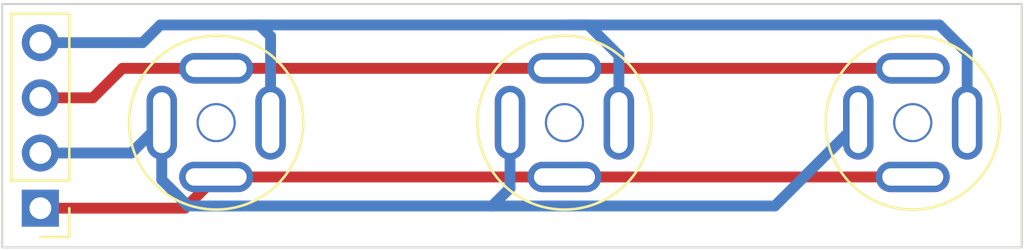
<source format=kicad_pcb>
(kicad_pcb (version 20211014) (generator pcbnew)
  (layers (0 "F.Cu" signal) (31 "B.Cu" signal) (34 "B.Paste" user) (35 "F.Paste" user) (36 "B.SilkS" user "B.Silkscreen") (37 "F.SilkS" user "F.Silkscreen") (38 "B.Mask" user) (39 "F.Mask" user) (44 "Edge.Cuts" user))
  (net 0 "")
  (net 1 "Net-(J2-PadT)")
  (net 2 "Net-(J2-PadS)")
  (net 3 "Net-(J2-PadR2)")
  (net 4 "Net-(J2-PadR1)")
  (footprint "Library:jack_4pins" (layer "F.Cu") (at 140 100)
    (fp_text reference "J3" hide)
    (fp_text value "AudioJack4" hide)
    (fp_circle (center 0 0) (end 4 0) (layer "F.SilkS") (width 0.12) (fill none))
    (pad "" thru_hole circle (at 0 0) (size 1.8 1.8) (drill 1.6) (layers *.Mask))
    (pad "1" thru_hole oval (at 0 2.5 180) (size 3.4 1.4) (drill oval 2.8 0.8) (layers *.Cu *.Mask) (net 2 "Net-(J2-PadS)"))
    (pad "2" thru_hole oval (at -2.5 0 90) (size 3.4 1.4) (drill oval 2.8 0.8) (layers *.Cu *.Mask) (net 1 "Net-(J2-PadT)"))
    (pad "3" thru_hole oval (at 0 -2.5 180) (size 3.4 1.4) (drill oval 2.8 0.8) (layers *.Cu *.Mask) (net 4 "Net-(J2-PadR1)"))
    (pad "4" thru_hole oval (at 2.5 0 90) (size 3.4 1.4) (drill oval 2.8 0.8) (layers *.Cu *.Mask) (net 3 "Net-(J2-PadR2)"))
  )
  (footprint "Connector_PinHeader_2.54mm:PinHeader_1x04_P2.54mm_Vertical" (layer "F.Cu") (at 99.9236 103.9368 180)
    (fp_text reference "J4" hide)
    (fp_text value "Conn_01x04" hide)
    (fp_line (start -1.33 8.95) (end 1.33 8.95) (layer "F.SilkS") (width 0.12))
    (fp_line (start -1.33 0) (end -1.33 -1.33) (layer "F.SilkS") (width 0.12))
    (fp_line (start -1.33 1.27) (end 1.33 1.27) (layer "F.SilkS") (width 0.12))
    (fp_line (start 1.33 1.27) (end 1.33 8.95) (layer "F.SilkS") (width 0.12))
    (fp_line (start -1.33 1.27) (end -1.33 8.95) (layer "F.SilkS") (width 0.12))
    (fp_line (start -1.33 -1.33) (end 0 -1.33) (layer "F.SilkS") (width 0.12))
    (pad "1" thru_hole rect (at 0 0 180) (size 1.7 1.7) (drill 1) (layers *.Cu *.Mask) (net 2 "Net-(J2-PadS)"))
    (pad "2" thru_hole oval (at 0 2.54 180) (size 1.7 1.7) (drill 1) (layers *.Cu *.Mask) (net 1 "Net-(J2-PadT)"))
    (pad "3" thru_hole oval (at 0 5.08 180) (size 1.7 1.7) (drill 1) (layers *.Cu *.Mask) (net 4 "Net-(J2-PadR1)"))
    (pad "4" thru_hole oval (at 0 7.62 180) (size 1.7 1.7) (drill 1) (layers *.Cu *.Mask) (net 3 "Net-(J2-PadR2)"))
  )
  (footprint "Library:jack_4pins" (layer "F.Cu") (at 124 100)
    (fp_text reference "J2" hide)
    (fp_text value "AudioJack4" hide)
    (fp_circle (center 0 0) (end 4 0) (layer "F.SilkS") (width 0.12) (fill none))
    (pad "" thru_hole circle (at 0 0) (size 1.8 1.8) (drill 1.6) (layers *.Mask))
    (pad "1" thru_hole oval (at 0 2.5 180) (size 3.4 1.4) (drill oval 2.8 0.8) (layers *.Cu *.Mask) (net 2 "Net-(J2-PadS)"))
    (pad "2" thru_hole oval (at -2.5 0 90) (size 3.4 1.4) (drill oval 2.8 0.8) (layers *.Cu *.Mask) (net 1 "Net-(J2-PadT)"))
    (pad "3" thru_hole oval (at 0 -2.5 180) (size 3.4 1.4) (drill oval 2.8 0.8) (layers *.Cu *.Mask) (net 4 "Net-(J2-PadR1)"))
    (pad "4" thru_hole oval (at 2.5 0 90) (size 3.4 1.4) (drill oval 2.8 0.8) (layers *.Cu *.Mask) (net 3 "Net-(J2-PadR2)"))
  )
  (footprint "Library:jack_4pins" (layer "F.Cu") (at 108 100)
    (fp_text reference "J1" hide)
    (fp_text value "AudioJack4" hide)
    (fp_circle (center 0 0) (end 4 0) (layer "F.SilkS") (width 0.12) (fill none))
    (pad "" thru_hole circle (at 0 0) (size 1.8 1.8) (drill 1.6) (layers *.Mask))
    (pad "1" thru_hole oval (at 0 2.5 180) (size 3.4 1.4) (drill oval 2.8 0.8) (layers *.Cu *.Mask) (net 2 "Net-(J2-PadS)"))
    (pad "2" thru_hole oval (at -2.5 0 90) (size 3.4 1.4) (drill oval 2.8 0.8) (layers *.Cu *.Mask) (net 1 "Net-(J2-PadT)"))
    (pad "3" thru_hole oval (at 0 -2.5 180) (size 3.4 1.4) (drill oval 2.8 0.8) (layers *.Cu *.Mask) (net 4 "Net-(J2-PadR1)"))
    (pad "4" thru_hole oval (at 2.5 0 90) (size 3.4 1.4) (drill oval 2.8 0.8) (layers *.Cu *.Mask) (net 3 "Net-(J2-PadR2)"))
  )
  (gr_rect (start 98.171 94.5388) (end 145.0086 105.7402) (layer "Edge.Cuts") (width 0.1) (fill none))
  (segment (start 133.6648 103.8352) (end 120.6754 103.8352) (width 0.5) (layer "B.Cu") (net 1))
  (segment (start 99.9236 101.3968) (end 104.1032 101.3968) (width 0.5) (layer "B.Cu") (net 1))
  (segment (start 104.1032 101.3968) (end 105.5 100) (width 0.5) (layer "B.Cu") (net 1))
  (segment (start 137.5 100) (end 133.6648 103.8352) (width 0.5) (layer "B.Cu") (net 1))
  (segment (start 105.5 100) (end 105.5 102.626346) (width 0.5) (layer "B.Cu") (net 1))
  (segment (start 105.5 102.626346) (end 106.708854 103.8352) (width 0.5) (layer "B.Cu") (net 1))
  (segment (start 121.5 103.0106) (end 121.5 100) (width 0.5) (layer "B.Cu") (net 1))
  (segment (start 120.6754 103.8352) (end 121.5 103.0106) (width 0.5) (layer "B.Cu") (net 1))
  (segment (start 106.708854 103.8352) (end 120.6754 103.8352) (width 0.5) (layer "B.Cu") (net 1))
  (segment (start 106.5632 103.9368) (end 108 102.5) (width 0.5) (layer "F.Cu") (net 2))
  (segment (start 124 102.5) (end 140 102.5) (width 0.5) (layer "F.Cu") (net 2))
  (segment (start 99.9236 103.9368) (end 106.5632 103.9368) (width 0.5) (layer "F.Cu") (net 2))
  (segment (start 108 102.5) (end 124 102.5) (width 0.5) (layer "F.Cu") (net 2))
  (segment (start 142.5 100) (end 142.5 96.78) (width 0.5) (layer "B.Cu") (net 3))
  (segment (start 142.5 96.78) (end 141.224 95.504) (width 0.5) (layer "B.Cu") (net 3))
  (segment (start 110.5 96.022) (end 110.5 100) (width 0.5) (layer "B.Cu") (net 3))
  (segment (start 141.224 95.504) (end 124.1552 95.504) (width 0.5) (layer "B.Cu") (net 3))
  (segment (start 125.095 95.504) (end 124.1552 95.504) (width 0.5) (layer "B.Cu") (net 3))
  (segment (start 105.4354 95.504) (end 109.6264 95.504) (width 0.5) (layer "B.Cu") (net 3))
  (segment (start 109.6264 95.504) (end 109.982 95.504) (width 0.5) (layer "B.Cu") (net 3))
  (segment (start 126.5 100) (end 126.5 96.909) (width 0.5) (layer "B.Cu") (net 3))
  (segment (start 109.982 95.504) (end 110.5 96.022) (width 0.5) (layer "B.Cu") (net 3))
  (segment (start 126.5 96.909) (end 125.095 95.504) (width 0.5) (layer "B.Cu") (net 3))
  (segment (start 104.6226 96.3168) (end 105.4354 95.504) (width 0.5) (layer "B.Cu") (net 3))
  (segment (start 124.1552 95.504) (end 109.6264 95.504) (width 0.5) (layer "B.Cu") (net 3))
  (segment (start 99.9236 96.3168) (end 104.6226 96.3168) (width 0.5) (layer "B.Cu") (net 3))
  (segment (start 124 97.5) (end 140 97.5) (width 0.5) (layer "F.Cu") (net 4))
  (segment (start 102.3366 98.8568) (end 103.6934 97.5) (width 0.5) (layer "F.Cu") (net 4))
  (segment (start 108 97.5) (end 124 97.5) (width 0.5) (layer "F.Cu") (net 4))
  (segment (start 103.6934 97.5) (end 108 97.5) (width 0.5) (layer "F.Cu") (net 4))
  (segment (start 99.9236 98.8568) (end 102.3366 98.8568) (width 0.5) (layer "F.Cu") (net 4))
)
</source>
